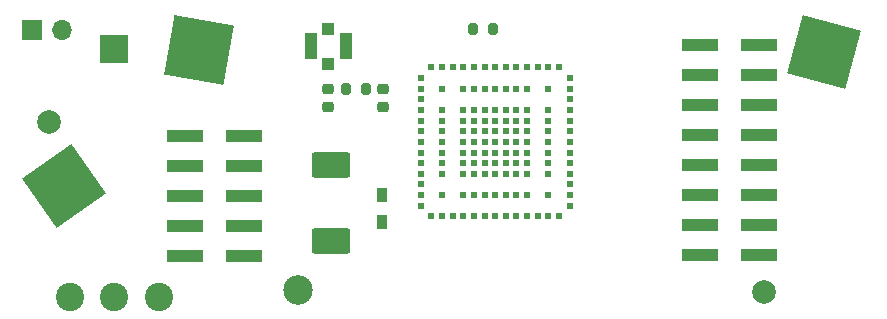
<source format=gbr>
%TF.GenerationSoftware,KiCad,Pcbnew,8.0.5*%
%TF.CreationDate,2024-09-13T15:02:39+03:00*%
%TF.ProjectId,LEXI-R422,4c455849-2d52-4343-9232-2e6b69636164,rev?*%
%TF.SameCoordinates,Original*%
%TF.FileFunction,Soldermask,Bot*%
%TF.FilePolarity,Negative*%
%FSLAX46Y46*%
G04 Gerber Fmt 4.6, Leading zero omitted, Abs format (unit mm)*
G04 Created by KiCad (PCBNEW 8.0.5) date 2024-09-13 15:02:39*
%MOMM*%
%LPD*%
G01*
G04 APERTURE LIST*
G04 Aperture macros list*
%AMRoundRect*
0 Rectangle with rounded corners*
0 $1 Rounding radius*
0 $2 $3 $4 $5 $6 $7 $8 $9 X,Y pos of 4 corners*
0 Add a 4 corners polygon primitive as box body*
4,1,4,$2,$3,$4,$5,$6,$7,$8,$9,$2,$3,0*
0 Add four circle primitives for the rounded corners*
1,1,$1+$1,$2,$3*
1,1,$1+$1,$4,$5*
1,1,$1+$1,$6,$7*
1,1,$1+$1,$8,$9*
0 Add four rect primitives between the rounded corners*
20,1,$1+$1,$2,$3,$4,$5,0*
20,1,$1+$1,$4,$5,$6,$7,0*
20,1,$1+$1,$6,$7,$8,$9,0*
20,1,$1+$1,$8,$9,$2,$3,0*%
%AMRotRect*
0 Rectangle, with rotation*
0 The origin of the aperture is its center*
0 $1 length*
0 $2 width*
0 $3 Rotation angle, in degrees counterclockwise*
0 Add horizontal line*
21,1,$1,$2,0,0,$3*%
G04 Aperture macros list end*
%ADD10R,2.400000X2.400000*%
%ADD11C,2.400000*%
%ADD12C,2.500000*%
%ADD13R,1.700000X1.700000*%
%ADD14O,1.700000X1.700000*%
%ADD15RoundRect,0.250001X1.399999X-0.837499X1.399999X0.837499X-1.399999X0.837499X-1.399999X-0.837499X0*%
%ADD16R,1.000000X1.000000*%
%ADD17R,1.050000X2.200000*%
%ADD18R,3.150000X1.000000*%
%ADD19R,0.600000X0.600000*%
%ADD20RotRect,5.100000X5.100000X170.000000*%
%ADD21C,2.000000*%
%ADD22RoundRect,0.200000X-0.200000X-0.275000X0.200000X-0.275000X0.200000X0.275000X-0.200000X0.275000X0*%
%ADD23R,0.950000X1.200000*%
%ADD24RoundRect,0.225000X-0.250000X0.225000X-0.250000X-0.225000X0.250000X-0.225000X0.250000X0.225000X0*%
%ADD25RotRect,5.100000X5.100000X165.000000*%
%ADD26RotRect,5.100000X5.100000X125.000000*%
G04 APERTURE END LIST*
D10*
%TO.C,BT1*%
X11750000Y19500000D03*
D11*
X11750000Y-1500000D03*
X15500000Y-1500000D03*
X8000000Y-1500000D03*
%TD*%
D12*
%TO.C,H1*%
X27330400Y-863600D03*
%TD*%
D13*
%TO.C,J1*%
X4800000Y21100000D03*
D14*
X7340000Y21100000D03*
%TD*%
D15*
%TO.C,C5*%
X30060000Y3292500D03*
X30060000Y9667500D03*
%TD*%
D16*
%TO.C,J12*%
X29875000Y18235800D03*
D17*
X31350000Y19735800D03*
D16*
X29875000Y21235800D03*
D17*
X28400000Y19735800D03*
%TD*%
D18*
%TO.C,J3*%
X66350000Y19840000D03*
X66350000Y17300000D03*
X66350000Y14760000D03*
X66350000Y12220000D03*
X66350000Y9680000D03*
X66350000Y7140000D03*
X66350000Y4600000D03*
X66350000Y2060000D03*
X61300000Y19840000D03*
X61300000Y17300000D03*
X61300000Y14760000D03*
X61300000Y12220000D03*
X61300000Y9680000D03*
X61300000Y7140000D03*
X61300000Y4600000D03*
X61300000Y2060000D03*
%TD*%
D19*
%TO.C,M1*%
X37700000Y17050000D03*
X37700000Y16150000D03*
X37700000Y15250000D03*
X37700000Y14350000D03*
X37700000Y13450000D03*
X37700000Y12550000D03*
X37700000Y11650000D03*
X37700000Y10750000D03*
X37700000Y9850000D03*
X37700000Y8950000D03*
X37700000Y8050000D03*
X37700000Y7150000D03*
X37700000Y6250000D03*
X38600000Y17950000D03*
X38600000Y5350000D03*
X39500000Y17950000D03*
X39500000Y16150000D03*
X39500000Y14350000D03*
X39500000Y13450000D03*
X39500000Y12550000D03*
X39500000Y11650000D03*
X39500000Y10750000D03*
X39500000Y9850000D03*
X39500000Y8950000D03*
X39500000Y7150000D03*
X39500000Y5350000D03*
X40400000Y17950000D03*
X40400000Y5350000D03*
X41300000Y17950000D03*
X41300000Y16150000D03*
X41300000Y14350000D03*
X41300000Y13450000D03*
X41300000Y12550000D03*
X41300000Y11650000D03*
X41300000Y10750000D03*
X41300000Y9850000D03*
X41300000Y8950000D03*
X41300000Y7150000D03*
X41300000Y5350000D03*
X42200000Y17950000D03*
X42200000Y16150000D03*
X42200000Y14350000D03*
X42200000Y13450000D03*
X42200000Y12550000D03*
X42200000Y11650000D03*
X42200000Y10750000D03*
X42200000Y9850000D03*
X42200000Y8950000D03*
X42200000Y7150000D03*
X42200000Y5350000D03*
X43100000Y17950000D03*
X43100000Y16150000D03*
X43100000Y14350000D03*
X43100000Y13450000D03*
X43100000Y12550000D03*
X43100000Y11650000D03*
X43100000Y10750000D03*
X43100000Y9850000D03*
X43100000Y8950000D03*
X43100000Y7150000D03*
X43100000Y5350000D03*
X44000000Y17950000D03*
X44000000Y16150000D03*
X44000000Y14350000D03*
X44000000Y13450000D03*
X44000000Y12550000D03*
X44000000Y11650000D03*
X44000000Y10750000D03*
X44000000Y9850000D03*
X44000000Y8950000D03*
X44000000Y7150000D03*
X44000000Y5350000D03*
X44900000Y17950000D03*
X44900000Y16150000D03*
X44900000Y14350000D03*
X44900000Y13450000D03*
X44900000Y12550000D03*
X44900000Y11650000D03*
X44900000Y10750000D03*
X44900000Y9850000D03*
X44900000Y8950000D03*
X44900000Y7150000D03*
X44900000Y5350000D03*
X45800000Y17950000D03*
X45800000Y16150000D03*
X45800000Y14350000D03*
X45800000Y13450000D03*
X45800000Y12550000D03*
X45800000Y11650000D03*
X45800000Y10750000D03*
X45800000Y9850000D03*
X45800000Y8950000D03*
X45800000Y7150000D03*
X45800000Y5350000D03*
X46700000Y17950000D03*
X46700000Y16150000D03*
X46700000Y14350000D03*
X46700000Y13450000D03*
X46700000Y12550000D03*
X46700000Y11650000D03*
X46700000Y10750000D03*
X46700000Y9850000D03*
X46700000Y8950000D03*
X46700000Y7150000D03*
X46700000Y5350000D03*
X47600000Y17950000D03*
X47600000Y5350000D03*
X48500000Y17950000D03*
X48500000Y16150000D03*
X48500000Y14350000D03*
X48500000Y13450000D03*
X48500000Y12550000D03*
X48500000Y11650000D03*
X48500000Y10750000D03*
X48500000Y9850000D03*
X48500000Y8950000D03*
X48500000Y7150000D03*
X48500000Y5350000D03*
X49400000Y17950000D03*
X49400000Y5350000D03*
X50300000Y17050000D03*
X50300000Y16150000D03*
X50300000Y15250000D03*
X50300000Y14350000D03*
X50300000Y13450000D03*
X50300000Y12550000D03*
X50300000Y11650000D03*
X50300000Y10750000D03*
X50300000Y9850000D03*
X50300000Y8950000D03*
X50300000Y8050000D03*
X50300000Y7150000D03*
X50300000Y6250000D03*
%TD*%
D20*
%TO.C,J5*%
X18897600Y19431000D03*
%TD*%
D21*
%TO.C,FID2*%
X66776600Y-1092200D03*
%TD*%
D22*
%TO.C,R4*%
X31400000Y16150000D03*
X33050000Y16150000D03*
%TD*%
%TO.C,R1*%
X42150000Y21200000D03*
X43800000Y21200000D03*
%TD*%
D23*
%TO.C,FB1*%
X34400000Y7150000D03*
X34400000Y4850000D03*
%TD*%
D18*
%TO.C,J2*%
X17700000Y1970000D03*
X17700000Y4510000D03*
X17700000Y7050000D03*
X17700000Y9590000D03*
X17700000Y12130000D03*
X22750000Y1970000D03*
X22750000Y4510000D03*
X22750000Y7050000D03*
X22750000Y9590000D03*
X22750000Y12130000D03*
%TD*%
D24*
%TO.C,C13*%
X29875000Y16150000D03*
X29875000Y14600000D03*
%TD*%
D25*
%TO.C,J6*%
X71805800Y19227800D03*
%TD*%
D26*
%TO.C,J4*%
X7467600Y7950200D03*
%TD*%
D21*
%TO.C,FID3*%
X6197600Y13309600D03*
%TD*%
D24*
%TO.C,C14*%
X34500000Y16150000D03*
X34500000Y14600000D03*
%TD*%
M02*

</source>
